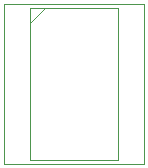
<source format=gbr>
G04 #@! TF.GenerationSoftware,KiCad,Pcbnew,(5.1.0-rc1-9-g8f320697a)*
G04 #@! TF.CreationDate,2019-02-20T21:31:05+01:00
G04 #@! TF.ProjectId,kicad,6b696361-642e-46b6-9963-61645f706362,rev?*
G04 #@! TF.SameCoordinates,Original*
G04 #@! TF.FileFunction,Drawing*
%FSLAX46Y46*%
G04 Gerber Fmt 4.6, Leading zero omitted, Abs format (unit mm)*
G04 Created by KiCad (PCBNEW (5.1.0-rc1-9-g8f320697a)) date 2019-02-20 21:31:05*
%MOMM*%
%LPD*%
G04 APERTURE LIST*
%ADD10C,0.100000*%
%ADD11C,0.050000*%
G04 APERTURE END LIST*
D10*
X183250000Y-73870000D02*
X184520000Y-72600000D01*
X183250000Y-85400000D02*
X183250000Y-72600000D01*
X190750000Y-85400000D02*
X183250000Y-85400000D01*
X190750000Y-72600000D02*
X190750000Y-85400000D01*
X183250000Y-72600000D02*
X190750000Y-72600000D01*
D11*
X181050000Y-85750000D02*
X181050000Y-72250000D01*
X192950000Y-85750000D02*
X181050000Y-85750000D01*
X192950000Y-72250000D02*
X192950000Y-85750000D01*
X181050000Y-72250000D02*
X192950000Y-72250000D01*
M02*

</source>
